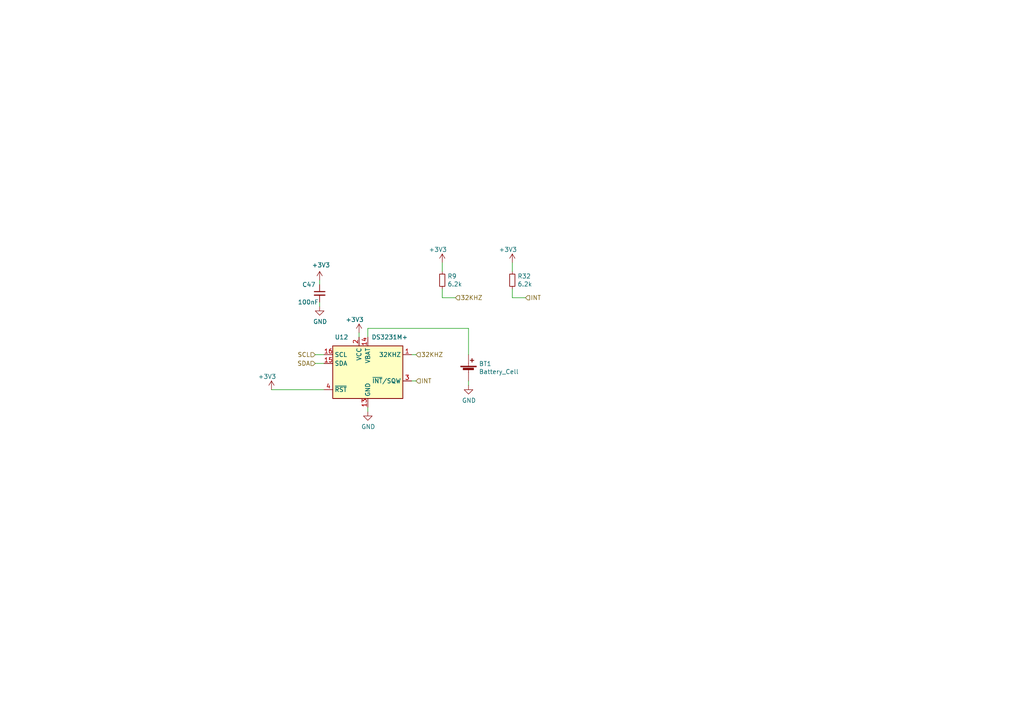
<source format=kicad_sch>
(kicad_sch (version 20211123) (generator eeschema)
  (paper "A4")
  (title_block (title "MAX80") (date "2021-02-22") (rev "0.01") (company "Peter o Per"))
  (lib_symbols
    (symbol "Device:Battery_Cell" (pin_numbers hide) (pin_names (offset 0) hide)
      (property "Reference" "BT" (at 2.54 2.54 0))
      (property "Value" "Device_Battery_Cell" (at 2.54 0 0))
      (symbol "Battery_Cell_0_1"
        (rectangle (start -2.286 1.778) (end 2.286 1.524) (fill (type outline)))
        (rectangle (start -1.5748 1.1938) (end 1.4732 0.6858) (fill (type outline)))
        (polyline (pts (xy 0 0.762) (xy 0 0)))
        (polyline (pts (xy 0 1.778) (xy 0 2.54)))
        (polyline (pts (xy 0.508 3.429) (xy 1.524 3.429)) (stroke (width 0.254)))
        (polyline (pts (xy 1.016 3.937) (xy 1.016 2.921)) (stroke (width 0.254)))
      )
      (symbol "Battery_Cell_1_1"
        (pin passive line (at 0 5.08 270) (length 2.54) (name "+") (number "1"))
        (pin passive line (at 0 -2.54 90) (length 2.54) (name "-") (number "2"))
      )
    )
    (symbol "Device:C_Small" (pin_numbers hide) (pin_names (offset 0.254) hide)
      (property "Reference" "C" (at 0.254 1.778 0))
      (property "Value" "Device_C_Small" (at 0.254 -2.032 0))
      (symbol "C_Small_0_1"
        (polyline (pts (xy -1.524 -0.508) (xy 1.524 -0.508)) (stroke (width 0.3302)))
        (polyline (pts (xy -1.524 0.508) (xy 1.524 0.508)) (stroke (width 0.3048)))
      )
      (symbol "C_Small_1_1"
        (pin passive line (at 0 2.54 270) (length 2.032) (name "~") (number "1"))
        (pin passive line (at 0 -2.54 90) (length 2.032) (name "~") (number "2"))
      )
    )
    (symbol "Device:R_Small" (pin_numbers hide) (pin_names (offset 0.254) hide)
      (property "Reference" "R" (at 0.762 0.508 0))
      (property "Value" "Device_R_Small" (at 0.762 -1.016 0))
      (symbol "R_Small_0_1"
        (rectangle (start -0.762 1.778) (end 0.762 -1.778) (stroke (width 0.2032)))
      )
      (symbol "R_Small_1_1"
        (pin passive line (at 0 2.54 270) (length 0.762) (name "~") (number "1"))
        (pin passive line (at 0 -2.54 90) (length 0.762) (name "~") (number "2"))
      )
    )
    (symbol "Timer_RTC:DS3231M"
      (property "Reference" "U" (at -7.62 8.89 0))
      (property "Value" "Timer_RTC_DS3231M" (at 10.16 8.89 0))
      (symbol "DS3231M_0_1"
        (rectangle (start -10.16 7.62) (end 10.16 -7.62) (stroke (width 0.254)) (fill (type background)))
      )
      (symbol "DS3231M_1_1"
        (pin open_collector line (at 12.7 5.08 180) (length 2.54) (name "32KHZ") (number "1"))
        (pin passive line (at 0 -10.16 90) (length 2.54) hide (name "GND") (number "10"))
        (pin passive line (at 0 -10.16 90) (length 2.54) hide (name "GND") (number "11"))
        (pin passive line (at 0 -10.16 90) (length 2.54) hide (name "GND") (number "12"))
        (pin power_in line (at 0 -10.16 90) (length 2.54) (name "GND") (number "13"))
        (pin power_in line (at 0 10.16 270) (length 2.54) (name "VBAT") (number "14"))
        (pin bidirectional line (at -12.7 2.54 0) (length 2.54) (name "SDA") (number "15"))
        (pin input line (at -12.7 5.08 0) (length 2.54) (name "SCL") (number "16"))
        (pin power_in line (at -2.54 10.16 270) (length 2.54) (name "VCC") (number "2"))
        (pin open_collector line (at 12.7 -2.54 180) (length 2.54) (name "~{INT}/SQW") (number "3"))
        (pin bidirectional line (at -12.7 -5.08 0) (length 2.54) (name "~{RST}") (number "4"))
        (pin passive line (at 0 -10.16 90) (length 2.54) hide (name "GND") (number "5"))
        (pin passive line (at 0 -10.16 90) (length 2.54) hide (name "GND") (number "6"))
        (pin passive line (at 0 -10.16 90) (length 2.54) hide (name "GND") (number "7"))
        (pin passive line (at 0 -10.16 90) (length 2.54) hide (name "GND") (number "8"))
        (pin passive line (at 0 -10.16 90) (length 2.54) hide (name "GND") (number "9"))
      )
    )
    (symbol "power:+3V3" (power) (pin_names (offset 0))
      (property "Value" "power_+3V3" (at 0 3.556 0))
      (symbol "+3V3_0_1"
        (polyline (pts (xy -0.762 1.27) (xy 0 2.54)))
        (polyline (pts (xy 0 0) (xy 0 2.54)))
        (polyline (pts (xy 0 2.54) (xy 0.762 1.27)))
      )
      (symbol "+3V3_1_1"
        (pin power_in line (at 0 0 90) (length 0) hide (name "+3V3") (number "1"))
      )
    )
    (symbol "power:GND" (power) (pin_names (offset 0))
      (property "Value" "power_GND" (at 0 -3.81 0))
      (symbol "GND_0_1"
        (polyline (pts (xy 0 0) (xy 0 -1.27) (xy 1.27 -1.27) (xy 0 -2.54) (xy -1.27 -1.27) (xy 0 -1.27)))
      )
      (symbol "GND_1_1"
        (pin power_in line (at 0 0 270) (length 0) hide (name "GND") (number "1"))
      )
    )
  )
  (wire (pts (xy 148.59 86.36) (xy 152.4 86.36)))
  (wire (pts (xy 104.14 96.52) (xy 104.14 97.79)))
  (wire (pts (xy 91.44 105.41) (xy 93.98 105.41)))
  (wire (pts (xy 106.68 118.11) (xy 106.68 119.38)))
  (wire (pts (xy 119.38 110.49) (xy 120.65 110.49)))
  (wire (pts (xy 135.89 110.49) (xy 135.89 111.76)))
  (wire (pts (xy 135.89 95.25) (xy 135.89 102.87)))
  (wire (pts (xy 148.59 76.2) (xy 148.59 78.74)))
  (wire (pts (xy 128.27 76.2) (xy 128.27 78.74)))
  (wire (pts (xy 78.74 113.03) (xy 93.98 113.03)))
  (wire (pts (xy 128.27 83.82) (xy 128.27 86.36)))
  (wire (pts (xy 128.27 86.36) (xy 132.08 86.36)))
  (wire (pts (xy 106.68 95.25) (xy 135.89 95.25)))
  (wire (pts (xy 106.68 97.79) (xy 106.68 95.25)))
  (wire (pts (xy 92.71 87.63) (xy 92.71 88.9)))
  (wire (pts (xy 119.38 102.87) (xy 120.65 102.87)))
  (wire (pts (xy 148.59 83.82) (xy 148.59 86.36)))
  (wire (pts (xy 92.71 81.28) (xy 92.71 82.55)))
  (wire (pts (xy 91.44 102.87) (xy 93.98 102.87)))
  (hierarchical_label "SCL" (shape input) (at 91.44 102.87 180))
  (hierarchical_label "SDA" (shape input) (at 91.44 105.41 180))
  (hierarchical_label "32KHZ" (shape input) (at 120.65 102.87 0))
  (hierarchical_label "INT" (shape input) (at 120.65 110.49 0))
  (hierarchical_label "32KHZ" (shape input) (at 132.08 86.36 0))
  (hierarchical_label "INT" (shape input) (at 152.4 86.36 0))
  (symbol (lib_id "Timer_RTC:DS3231M") (at 106.68 107.95 0) (unit 1)
    (property "Reference" "U12" (at 99.06 97.79 0))
    (property "Value" "DS3231M+" (at 113.03 97.79 0))
    (property "Footprint" "Package_SO:SOIC-16W_7.5x10.3mm_P1.27mm" (effects hide))
    (property "Datasheet" "http://datasheets.maximintegrated.com/en/ds/DS3231M.pdf" (effects hide))
    (property "LCSC" "C37663" (effects hide))
  )
  (symbol (lib_id "Device:Battery_Cell") (at 135.89 107.95 0) (unit 1)
    (property "Reference" "BT1" (at 138.8872 105.5116 0) (effects (justify left)))
    (property "Value" "Battery_Cell" (at 138.8872 107.823 0) (effects (justify left)))
    (property "Footprint" "max80:BatteryHolder_Keystone_103_1x20mm" (effects hide))
    (property "LCSC" "NM" (effects hide))
  )
  (symbol (lib_id "Device:C_Small") (at 92.71 85.09 0) (unit 1)
    (property "Reference" "C47" (at 87.63 82.55 0) (effects (justify left)))
    (property "Value" "100nF" (at 86.36 87.63 0) (effects (justify left)))
    (property "Footprint" "Capacitor_SMD:C_0402_1005Metric" (effects hide))
    (property "LCSC" "C1525" (effects hide))
  )
  (symbol (lib_id "power:+3V3") (at 92.71 81.28 0) (unit 1)
    (property "Reference" "#PWR0114" (effects hide))
    (property "Value" "+3V3" (at 93.091 76.8858 0))
  )
  (symbol (lib_id "power:GND") (at 92.71 88.9 0) (unit 1)
    (property "Reference" "#PWR0115" (effects hide))
    (property "Value" "GND" (at 92.837 93.2942 0))
  )
  (symbol (lib_id "power:GND") (at 106.68 119.38 0) (unit 1)
    (property "Reference" "#PWR0117" (effects hide))
    (property "Value" "GND" (at 106.807 123.7742 0))
  )
  (symbol (lib_id "power:GND") (at 135.89 111.76 0) (unit 1)
    (property "Reference" "#PWR0118" (effects hide))
    (property "Value" "GND" (at 136.017 116.1542 0))
  )
  (symbol (lib_id "power:+3V3") (at 104.14 96.52 0) (unit 1)
    (property "Reference" "#PWR0116" (effects hide))
    (property "Value" "+3V3" (at 102.87 92.71 0))
  )
  (symbol (lib_id "Device:R_Small") (at 128.27 81.28 0) (unit 1)
    (property "Reference" "R9" (at 129.7686 80.1116 0) (effects (justify left)))
    (property "Value" "6.2k" (at 129.7686 82.423 0) (effects (justify left)))
    (property "Footprint" "Resistor_SMD:R_0402_1005Metric" (effects hide))
    (property "LCSC" "C25915" (effects hide))
  )
  (symbol (lib_id "Device:R_Small") (at 148.59 81.28 0) (unit 1)
    (property "Reference" "R32" (at 150.0886 80.1116 0) (effects (justify left)))
    (property "Value" "6.2k" (at 150.0886 82.423 0) (effects (justify left)))
    (property "Footprint" "Resistor_SMD:R_0402_1005Metric" (effects hide))
    (property "LCSC" "C25915" (effects hide))
  )
  (symbol (lib_id "power:+3V3") (at 128.27 76.2 0) (unit 1)
    (property "Reference" "#PWR07" (effects hide))
    (property "Value" "+3V3" (at 127 72.39 0))
  )
  (symbol (lib_id "power:+3V3") (at 148.59 76.2 0) (unit 1)
    (property "Reference" "#PWR08" (effects hide))
    (property "Value" "+3V3" (at 147.32 72.39 0))
  )
  (symbol (lib_id "power:+3V3") (at 78.74 113.03 0) (unit 1)
    (property "Reference" "#PWR0247" (effects hide))
    (property "Value" "+3V3" (at 77.47 109.22 0))
  )
)
</source>
